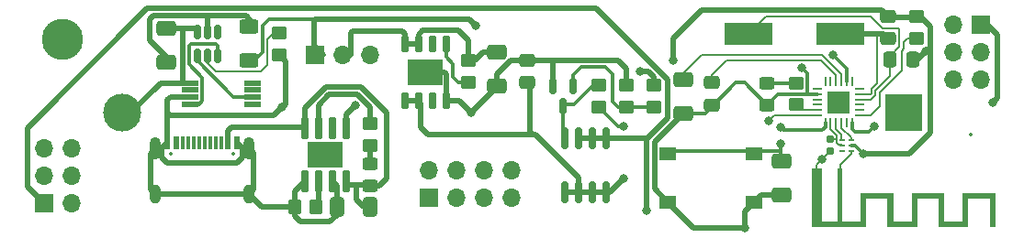
<source format=gbr>
G04 #@! TF.GenerationSoftware,KiCad,Pcbnew,7.0.2-6a45011f42~172~ubuntu22.04.1*
G04 #@! TF.CreationDate,2023-07-06T23:31:07+02:00*
G04 #@! TF.ProjectId,VR-Stick,56522d53-7469-4636-9b2e-6b696361645f,rev?*
G04 #@! TF.SameCoordinates,Original*
G04 #@! TF.FileFunction,Copper,L1,Top*
G04 #@! TF.FilePolarity,Positive*
%FSLAX46Y46*%
G04 Gerber Fmt 4.6, Leading zero omitted, Abs format (unit mm)*
G04 Created by KiCad (PCBNEW 7.0.2-6a45011f42~172~ubuntu22.04.1) date 2023-07-06 23:31:07*
%MOMM*%
%LPD*%
G01*
G04 APERTURE LIST*
G04 Aperture macros list*
%AMRoundRect*
0 Rectangle with rounded corners*
0 $1 Rounding radius*
0 $2 $3 $4 $5 $6 $7 $8 $9 X,Y pos of 4 corners*
0 Add a 4 corners polygon primitive as box body*
4,1,4,$2,$3,$4,$5,$6,$7,$8,$9,$2,$3,0*
0 Add four circle primitives for the rounded corners*
1,1,$1+$1,$2,$3*
1,1,$1+$1,$4,$5*
1,1,$1+$1,$6,$7*
1,1,$1+$1,$8,$9*
0 Add four rect primitives between the rounded corners*
20,1,$1+$1,$2,$3,$4,$5,0*
20,1,$1+$1,$4,$5,$6,$7,0*
20,1,$1+$1,$6,$7,$8,$9,0*
20,1,$1+$1,$8,$9,$2,$3,0*%
G04 Aperture macros list end*
G04 #@! TA.AperFunction,SMDPad,CuDef*
%ADD10RoundRect,0.150000X0.150000X-0.650000X0.150000X0.650000X-0.150000X0.650000X-0.150000X-0.650000X0*%
G04 #@! TD*
G04 #@! TA.AperFunction,SMDPad,CuDef*
%ADD11R,3.200000X2.400000*%
G04 #@! TD*
G04 #@! TA.AperFunction,SMDPad,CuDef*
%ADD12RoundRect,0.250000X-0.450000X0.325000X-0.450000X-0.325000X0.450000X-0.325000X0.450000X0.325000X0*%
G04 #@! TD*
G04 #@! TA.AperFunction,SMDPad,CuDef*
%ADD13RoundRect,0.250000X-0.337500X-0.475000X0.337500X-0.475000X0.337500X0.475000X-0.337500X0.475000X0*%
G04 #@! TD*
G04 #@! TA.AperFunction,SMDPad,CuDef*
%ADD14RoundRect,0.250000X-0.475000X0.337500X-0.475000X-0.337500X0.475000X-0.337500X0.475000X0.337500X0*%
G04 #@! TD*
G04 #@! TA.AperFunction,SMDPad,CuDef*
%ADD15RoundRect,0.250000X0.475000X-0.337500X0.475000X0.337500X-0.475000X0.337500X-0.475000X-0.337500X0*%
G04 #@! TD*
G04 #@! TA.AperFunction,SMDPad,CuDef*
%ADD16RoundRect,0.250000X-0.450000X0.350000X-0.450000X-0.350000X0.450000X-0.350000X0.450000X0.350000X0*%
G04 #@! TD*
G04 #@! TA.AperFunction,SMDPad,CuDef*
%ADD17RoundRect,0.062500X-0.162500X-0.062500X0.162500X-0.062500X0.162500X0.062500X-0.162500X0.062500X0*%
G04 #@! TD*
G04 #@! TA.AperFunction,SMDPad,CuDef*
%ADD18RoundRect,0.062500X0.162500X0.062500X-0.162500X0.062500X-0.162500X-0.062500X0.162500X-0.062500X0*%
G04 #@! TD*
G04 #@! TA.AperFunction,SMDPad,CuDef*
%ADD19RoundRect,0.250000X0.450000X-0.350000X0.450000X0.350000X-0.450000X0.350000X-0.450000X-0.350000X0*%
G04 #@! TD*
G04 #@! TA.AperFunction,SMDPad,CuDef*
%ADD20RoundRect,0.020000X-0.760000X-0.180000X0.760000X-0.180000X0.760000X0.180000X-0.760000X0.180000X0*%
G04 #@! TD*
G04 #@! TA.AperFunction,SMDPad,CuDef*
%ADD21RoundRect,0.250000X0.650000X-0.412500X0.650000X0.412500X-0.650000X0.412500X-0.650000X-0.412500X0*%
G04 #@! TD*
G04 #@! TA.AperFunction,SMDPad,CuDef*
%ADD22RoundRect,0.250000X-0.650000X0.412500X-0.650000X-0.412500X0.650000X-0.412500X0.650000X0.412500X0*%
G04 #@! TD*
G04 #@! TA.AperFunction,SMDPad,CuDef*
%ADD23RoundRect,0.042000X0.258000X-0.943000X0.258000X0.943000X-0.258000X0.943000X-0.258000X-0.943000X0*%
G04 #@! TD*
G04 #@! TA.AperFunction,SMDPad,CuDef*
%ADD24R,3.302000X2.413000*%
G04 #@! TD*
G04 #@! TA.AperFunction,SMDPad,CuDef*
%ADD25RoundRect,0.250000X0.350000X0.450000X-0.350000X0.450000X-0.350000X-0.450000X0.350000X-0.450000X0*%
G04 #@! TD*
G04 #@! TA.AperFunction,SMDPad,CuDef*
%ADD26R,4.500000X2.000000*%
G04 #@! TD*
G04 #@! TA.AperFunction,ComponentPad*
%ADD27R,1.700000X1.700000*%
G04 #@! TD*
G04 #@! TA.AperFunction,ComponentPad*
%ADD28O,1.700000X1.700000*%
G04 #@! TD*
G04 #@! TA.AperFunction,SMDPad,CuDef*
%ADD29RoundRect,0.250000X0.625000X-0.400000X0.625000X0.400000X-0.625000X0.400000X-0.625000X-0.400000X0*%
G04 #@! TD*
G04 #@! TA.AperFunction,SMDPad,CuDef*
%ADD30RoundRect,0.250000X0.412500X0.650000X-0.412500X0.650000X-0.412500X-0.650000X0.412500X-0.650000X0*%
G04 #@! TD*
G04 #@! TA.AperFunction,SMDPad,CuDef*
%ADD31RoundRect,0.155000X0.155000X-0.212500X0.155000X0.212500X-0.155000X0.212500X-0.155000X-0.212500X0*%
G04 #@! TD*
G04 #@! TA.AperFunction,SMDPad,CuDef*
%ADD32RoundRect,0.150000X-0.150000X0.825000X-0.150000X-0.825000X0.150000X-0.825000X0.150000X0.825000X0*%
G04 #@! TD*
G04 #@! TA.AperFunction,SMDPad,CuDef*
%ADD33RoundRect,0.062500X-0.062500X0.375000X-0.062500X-0.375000X0.062500X-0.375000X0.062500X0.375000X0*%
G04 #@! TD*
G04 #@! TA.AperFunction,SMDPad,CuDef*
%ADD34RoundRect,0.062500X-0.375000X0.062500X-0.375000X-0.062500X0.375000X-0.062500X0.375000X0.062500X0*%
G04 #@! TD*
G04 #@! TA.AperFunction,SMDPad,CuDef*
%ADD35R,2.150000X2.150000*%
G04 #@! TD*
G04 #@! TA.AperFunction,SMDPad,CuDef*
%ADD36RoundRect,0.150000X-0.150000X0.587500X-0.150000X-0.587500X0.150000X-0.587500X0.150000X0.587500X0*%
G04 #@! TD*
G04 #@! TA.AperFunction,SMDPad,CuDef*
%ADD37RoundRect,0.150000X0.150000X-0.512500X0.150000X0.512500X-0.150000X0.512500X-0.150000X-0.512500X0*%
G04 #@! TD*
G04 #@! TA.AperFunction,SMDPad,CuDef*
%ADD38R,1.550000X1.300000*%
G04 #@! TD*
G04 #@! TA.AperFunction,SMDPad,CuDef*
%ADD39RoundRect,0.250000X0.450000X-0.325000X0.450000X0.325000X-0.450000X0.325000X-0.450000X-0.325000X0*%
G04 #@! TD*
G04 #@! TA.AperFunction,SMDPad,CuDef*
%ADD40R,0.600000X1.150000*%
G04 #@! TD*
G04 #@! TA.AperFunction,SMDPad,CuDef*
%ADD41R,0.300000X1.150000*%
G04 #@! TD*
G04 #@! TA.AperFunction,ComponentPad*
%ADD42O,1.000000X2.100000*%
G04 #@! TD*
G04 #@! TA.AperFunction,ComponentPad*
%ADD43O,1.000000X1.800000*%
G04 #@! TD*
G04 #@! TA.AperFunction,ComponentPad*
%ADD44C,2.600000*%
G04 #@! TD*
G04 #@! TA.AperFunction,ConnectorPad*
%ADD45C,3.800000*%
G04 #@! TD*
G04 #@! TA.AperFunction,ComponentPad*
%ADD46R,3.500000X3.500000*%
G04 #@! TD*
G04 #@! TA.AperFunction,ComponentPad*
%ADD47C,3.500000*%
G04 #@! TD*
G04 #@! TA.AperFunction,ViaPad*
%ADD48C,0.800000*%
G04 #@! TD*
G04 #@! TA.AperFunction,Conductor*
%ADD49C,0.500000*%
G04 #@! TD*
G04 #@! TA.AperFunction,Conductor*
%ADD50C,0.200000*%
G04 #@! TD*
G04 #@! TA.AperFunction,Conductor*
%ADD51C,0.320000*%
G04 #@! TD*
%ADD52C,0.350000*%
%ADD53O,0.600000X1.700000*%
%ADD54O,0.600000X1.400000*%
G04 APERTURE END LIST*
G04 #@! TA.AperFunction,NonConductor*
G36*
X91810000Y-38527000D02*
G01*
X96790000Y-38527000D01*
X96790000Y-39027000D01*
X91810000Y-39027000D01*
X91810000Y-38527000D01*
G37*
G04 #@! TD.AperFunction*
G04 #@! TA.AperFunction,NonConductor*
G36*
X94112000Y-33617000D02*
G01*
X94612000Y-33617000D01*
X94612000Y-39027000D01*
X94112000Y-39027000D01*
X94112000Y-33617000D01*
G37*
G04 #@! TD.AperFunction*
G04 #@! TA.AperFunction,NonConductor*
G36*
X103470000Y-35857000D02*
G01*
X104000000Y-35857000D01*
X104000000Y-39027000D01*
X103470000Y-39027000D01*
X103470000Y-35857000D01*
G37*
G04 #@! TD.AperFunction*
G04 #@! TA.AperFunction,NonConductor*
G36*
X105680000Y-35857000D02*
G01*
X108710000Y-35857000D01*
X108710000Y-36377000D01*
X105680000Y-36377000D01*
X105680000Y-35857000D01*
G37*
G04 #@! TD.AperFunction*
G04 #@! TA.AperFunction,NonConductor*
G36*
X105680000Y-35857000D02*
G01*
X106210000Y-35857000D01*
X106210000Y-39027000D01*
X105680000Y-39027000D01*
X105680000Y-35857000D01*
G37*
G04 #@! TD.AperFunction*
G04 #@! TA.AperFunction,NonConductor*
G36*
X100970000Y-35857000D02*
G01*
X101500000Y-35857000D01*
X101500000Y-39027000D01*
X100970000Y-39027000D01*
X100970000Y-35857000D01*
G37*
G04 #@! TD.AperFunction*
G04 #@! TA.AperFunction,NonConductor*
G36*
X98760000Y-35857000D02*
G01*
X99290000Y-35857000D01*
X99290000Y-39027000D01*
X98760000Y-39027000D01*
X98760000Y-35857000D01*
G37*
G04 #@! TD.AperFunction*
G04 #@! TA.AperFunction,NonConductor*
G36*
X96260000Y-35857000D02*
G01*
X99290000Y-35857000D01*
X99290000Y-36377000D01*
X96260000Y-36377000D01*
X96260000Y-35857000D01*
G37*
G04 #@! TD.AperFunction*
G04 #@! TA.AperFunction,NonConductor*
G36*
X98760000Y-38497000D02*
G01*
X101500000Y-38497000D01*
X101500000Y-39027000D01*
X98760000Y-39027000D01*
X98760000Y-38497000D01*
G37*
G04 #@! TD.AperFunction*
G04 #@! TA.AperFunction,NonConductor*
G36*
X96260000Y-35857000D02*
G01*
X96790000Y-35857000D01*
X96790000Y-39027000D01*
X96260000Y-39027000D01*
X96260000Y-35857000D01*
G37*
G04 #@! TD.AperFunction*
G04 #@! TA.AperFunction,NonConductor*
G36*
X100970000Y-35857000D02*
G01*
X104000000Y-35857000D01*
X104000000Y-36377000D01*
X100970000Y-36377000D01*
X100970000Y-35857000D01*
G37*
G04 #@! TD.AperFunction*
G04 #@! TA.AperFunction,NonConductor*
G36*
X91810000Y-33617000D02*
G01*
X92710000Y-33617000D01*
X92710000Y-39027000D01*
X91810000Y-39027000D01*
X91810000Y-33617000D01*
G37*
G04 #@! TD.AperFunction*
G04 #@! TA.AperFunction,NonConductor*
G36*
X103470000Y-38497000D02*
G01*
X106210000Y-38497000D01*
X106210000Y-39027000D01*
X103470000Y-39027000D01*
X103470000Y-38497000D01*
G37*
G04 #@! TD.AperFunction*
G04 #@! TA.AperFunction,NonConductor*
G36*
X108180000Y-35857000D02*
G01*
X108710000Y-35857000D01*
X108710000Y-39027000D01*
X108180000Y-39027000D01*
X108180000Y-35857000D01*
G37*
G04 #@! TD.AperFunction*
D10*
G04 #@! TO.P,U2,1,VOUT*
G04 #@! TO.N,+3V3*
X54229000Y-27378000D03*
G04 #@! TO.P,U2,2,VOUT*
X55499000Y-27378000D03*
G04 #@! TO.P,U2,3,NC*
G04 #@! TO.N,unconnected-(U2-NC-Pad3)*
X56769000Y-27378000D03*
G04 #@! TO.P,U2,4,GND*
G04 #@! TO.N,GND*
X58039000Y-27378000D03*
G04 #@! TO.P,U2,5,CE*
G04 #@! TO.N,Net-(U2-CE)*
X58039000Y-22078000D03*
G04 #@! TO.P,U2,6,NC*
G04 #@! TO.N,unconnected-(U2-NC-Pad6)*
X56769000Y-22078000D03*
G04 #@! TO.P,U2,7,VIN*
G04 #@! TO.N,Net-(C9-Pad2)*
X55499000Y-22078000D03*
G04 #@! TO.P,U2,8,VIN*
X54229000Y-22078000D03*
D11*
G04 #@! TO.P,U2,9,Thermal*
G04 #@! TO.N,GND*
X56134000Y-24728000D03*
G04 #@! TD*
D12*
G04 #@! TO.P,D2,1,K*
G04 #@! TO.N,Net-(D2-K)*
X51079400Y-33151800D03*
G04 #@! TO.P,D2,2,A*
G04 #@! TO.N,/VUSB*
X51079400Y-35201800D03*
G04 #@! TD*
D13*
G04 #@! TO.P,C4,1*
G04 #@! TO.N,Net-(U4-XC2)*
X99013100Y-23559600D03*
G04 #@! TO.P,C4,2*
G04 #@! TO.N,GND*
X101088100Y-23559600D03*
G04 #@! TD*
D14*
G04 #@! TO.P,C5,1*
G04 #@! TO.N,GND*
X98780600Y-19524900D03*
G04 #@! TO.P,C5,2*
G04 #@! TO.N,Net-(U4-XC1)*
X98780600Y-21599900D03*
G04 #@! TD*
D15*
G04 #@! TO.P,C3,1*
G04 #@! TO.N,GND*
X82575400Y-27755500D03*
G04 #@! TO.P,C3,2*
G04 #@! TO.N,Net-(U4-DEC2)*
X82575400Y-25680500D03*
G04 #@! TD*
D16*
G04 #@! TO.P,R2,1*
G04 #@! TO.N,GND*
X101422200Y-19562400D03*
G04 #@! TO.P,R2,2*
G04 #@! TO.N,Net-(U4-IREF)*
X101422200Y-21562400D03*
G04 #@! TD*
D17*
G04 #@! TO.P,L1,1,Unbal*
G04 #@! TO.N,Net-(AE1-A)*
X95406000Y-31996000D03*
D18*
G04 #@! TO.P,L1,2,GND*
G04 #@! TO.N,GND*
X95406000Y-31496000D03*
G04 #@! TO.P,L1,3,BAL1*
G04 #@! TO.N,/ANT2*
X95406000Y-30996000D03*
G04 #@! TO.P,L1,4,BAL2*
G04 #@! TO.N,/ANT1*
X94586000Y-30996000D03*
G04 #@! TO.P,L1,5,DC*
G04 #@! TO.N,/V_PA*
X94586000Y-31496000D03*
G04 #@! TO.P,L1,6,NC*
G04 #@! TO.N,unconnected-(L1-NC-Pad6)*
X94586000Y-31996000D03*
G04 #@! TD*
D19*
G04 #@! TO.P,R3,1*
G04 #@! TO.N,+3V3*
X72136000Y-27912400D03*
G04 #@! TO.P,R3,2*
G04 #@! TO.N,Net-(Q1-C)*
X72136000Y-25912400D03*
G04 #@! TD*
D16*
G04 #@! TO.P,R4,1*
G04 #@! TO.N,/CTRL*
X77216000Y-25924000D03*
G04 #@! TO.P,R4,2*
G04 #@! TO.N,Net-(Q1-B)*
X77216000Y-27924000D03*
G04 #@! TD*
D20*
G04 #@! TO.P,Q5,1*
G04 #@! TO.N,-BATT*
X34458000Y-25695000D03*
G04 #@! TO.P,Q5,2*
G04 #@! TO.N,unconnected-(Q5-Pad2)*
X34458000Y-26345000D03*
G04 #@! TO.P,Q5,3*
G04 #@! TO.N,GND*
X34458000Y-26995000D03*
G04 #@! TO.P,Q5,4*
G04 #@! TO.N,Net-(IC1-OC)*
X34458000Y-27645000D03*
G04 #@! TO.P,Q5,5*
G04 #@! TO.N,unconnected-(Q5-Pad2)*
X40218000Y-27645000D03*
G04 #@! TO.P,Q5,6*
G04 #@! TO.N,Net-(IC1-OD)*
X40218000Y-26995000D03*
G04 #@! TO.P,Q5,7*
G04 #@! TO.N,N/C*
X40218000Y-26345000D03*
G04 #@! TO.P,Q5,8*
X40218000Y-25695000D03*
G04 #@! TD*
D16*
G04 #@! TO.P,R5,1*
G04 #@! TO.N,GND*
X74676000Y-25912400D03*
G04 #@! TO.P,R5,2*
G04 #@! TO.N,Net-(Q1-B)*
X74676000Y-27912400D03*
G04 #@! TD*
D21*
G04 #@! TO.P,C9,1*
G04 #@! TO.N,GND*
X62738000Y-25946500D03*
G04 #@! TO.P,C9,2*
G04 #@! TO.N,Net-(C9-Pad2)*
X62738000Y-22821500D03*
G04 #@! TD*
D19*
G04 #@! TO.P,R1,1*
G04 #@! TO.N,/LED*
X90297000Y-27718000D03*
G04 #@! TO.P,R1,2*
G04 #@! TO.N,Net-(D1-A)*
X90297000Y-25718000D03*
G04 #@! TD*
D16*
G04 #@! TO.P,R8,1*
G04 #@! TO.N,Net-(C9-Pad2)*
X60071000Y-23638000D03*
G04 #@! TO.P,R8,2*
G04 #@! TO.N,Net-(U2-CE)*
X60071000Y-25638000D03*
G04 #@! TD*
D14*
G04 #@! TO.P,C1,1*
G04 #@! TO.N,GND*
X65532000Y-23600500D03*
G04 #@! TO.P,C1,2*
G04 #@! TO.N,+3V3*
X65532000Y-25675500D03*
G04 #@! TD*
D22*
G04 #@! TO.P,C8,1*
G04 #@! TO.N,-BATT*
X32258000Y-20676300D03*
G04 #@! TO.P,C8,2*
G04 #@! TO.N,Net-(IC1-VDD)*
X32258000Y-23801300D03*
G04 #@! TD*
D23*
G04 #@! TO.P,U3,1,TEMP*
G04 #@! TO.N,GND*
X45008800Y-34823000D03*
G04 #@! TO.P,U3,2,PROG*
G04 #@! TO.N,Net-(U3-PROG)*
X46278800Y-34823000D03*
G04 #@! TO.P,U3,3,GND*
G04 #@! TO.N,GND*
X47548800Y-34823000D03*
G04 #@! TO.P,U3,4,VCC*
G04 #@! TO.N,/VUSB*
X48818800Y-34823000D03*
G04 #@! TO.P,U3,5,BAT*
G04 #@! TO.N,/B+*
X48818800Y-29873000D03*
G04 #@! TO.P,U3,6,~{STDBY}*
G04 #@! TO.N,unconnected-(U3-~{STDBY}-Pad6)*
X47548800Y-29873000D03*
G04 #@! TO.P,U3,7,~{CHRG}*
G04 #@! TO.N,Net-(U3-~{CHRG})*
X46278800Y-29873000D03*
G04 #@! TO.P,U3,8,CE*
G04 #@! TO.N,/VUSB*
X45008800Y-29873000D03*
D24*
G04 #@! TO.P,U3,9,EP*
G04 #@! TO.N,unconnected-(U3-EP-Pad9)*
X46913800Y-32348000D03*
G04 #@! TD*
D25*
G04 #@! TO.P,R10,1*
G04 #@! TO.N,Net-(U3-PROG)*
X46085000Y-37174000D03*
G04 #@! TO.P,R10,2*
G04 #@! TO.N,GND*
X44085000Y-37174000D03*
G04 #@! TD*
D26*
G04 #@! TO.P,X1,1,1*
G04 #@! TO.N,Net-(U4-XC2)*
X85920000Y-21172000D03*
G04 #@! TO.P,X1,2,2*
G04 #@! TO.N,Net-(U4-XC1)*
X94420000Y-21172000D03*
G04 #@! TD*
D21*
G04 #@! TO.P,C2,1*
G04 #@! TO.N,GND*
X79933800Y-28525700D03*
G04 #@! TO.P,C2,2*
G04 #@! TO.N,Net-(U4-DEC1)*
X79933800Y-25400700D03*
G04 #@! TD*
D27*
G04 #@! TO.P,SW2,1*
G04 #@! TO.N,/B+*
X45974000Y-23114000D03*
D28*
G04 #@! TO.P,SW2,2*
G04 #@! TO.N,Net-(C9-Pad2)*
X48514000Y-23114000D03*
G04 #@! TO.P,SW2,3*
G04 #@! TO.N,N/C*
X51054000Y-23114000D03*
G04 #@! TD*
D19*
G04 #@! TO.P,R11,1*
G04 #@! TO.N,Net-(D2-K)*
X51079400Y-31468400D03*
G04 #@! TO.P,R11,2*
G04 #@! TO.N,Net-(U3-~{CHRG})*
X51079400Y-29468400D03*
G04 #@! TD*
D29*
G04 #@! TO.P,R6,1*
G04 #@! TO.N,/B+*
X39878000Y-23585600D03*
G04 #@! TO.P,R6,2*
G04 #@! TO.N,Net-(IC1-VDD)*
X39878000Y-20485600D03*
G04 #@! TD*
D30*
G04 #@! TO.P,C11,1*
G04 #@! TO.N,/VUSB*
X51092500Y-37174000D03*
G04 #@! TO.P,C11,2*
G04 #@! TO.N,GND*
X47967500Y-37174000D03*
G04 #@! TD*
D31*
G04 #@! TO.P,C7,1*
G04 #@! TO.N,GND*
X93472000Y-32004000D03*
G04 #@! TO.P,C7,2*
G04 #@! TO.N,/V_PA*
X93472000Y-30869000D03*
G04 #@! TD*
D32*
G04 #@! TO.P,Q2,1,S*
G04 #@! TO.N,VBUS*
X72796400Y-30838200D03*
G04 #@! TO.P,Q2,2,S*
X71526400Y-30838200D03*
G04 #@! TO.P,Q2,3,S*
X70256400Y-30838200D03*
G04 #@! TO.P,Q2,4,G*
G04 #@! TO.N,Net-(Q1-C)*
X68986400Y-30838200D03*
G04 #@! TO.P,Q2,5,D*
G04 #@! TO.N,+3V3*
X68986400Y-35788200D03*
G04 #@! TO.P,Q2,6,D*
X70256400Y-35788200D03*
G04 #@! TO.P,Q2,7,D*
X71526400Y-35788200D03*
G04 #@! TO.P,Q2,8,D*
X72796400Y-35788200D03*
G04 #@! TD*
D33*
G04 #@! TO.P,U4,1,P0.1*
G04 #@! TO.N,unconnected-(U4-P0.1-Pad1)*
X95509400Y-25533700D03*
G04 #@! TO.P,U4,2,VDD*
G04 #@! TO.N,+3V3*
X95009400Y-25533700D03*
G04 #@! TO.P,U4,3,DEC1*
G04 #@! TO.N,Net-(U4-DEC1)*
X94509400Y-25533700D03*
G04 #@! TO.P,U4,4,DEC2*
G04 #@! TO.N,Net-(U4-DEC2)*
X94009400Y-25533700D03*
G04 #@! TO.P,U4,5,PROG*
G04 #@! TO.N,unconnected-(U4-PROG-Pad5)*
X93509400Y-25533700D03*
G04 #@! TO.P,U4,6,VSS*
G04 #@! TO.N,unconnected-(U4-VSS-Pad6)*
X93009400Y-25533700D03*
D34*
G04 #@! TO.P,U4,7,VDD*
G04 #@! TO.N,unconnected-(U4-VDD-Pad7)*
X92321900Y-26221200D03*
G04 #@! TO.P,U4,8,P0.2*
G04 #@! TO.N,GND*
X92321900Y-26721200D03*
G04 #@! TO.P,U4,9,P0.3*
G04 #@! TO.N,+3V3*
X92321900Y-27221200D03*
G04 #@! TO.P,U4,10,P0.4*
G04 #@! TO.N,unconnected-(U4-P0.4-Pad10)*
X92321900Y-27721200D03*
G04 #@! TO.P,U4,11,P0.5*
G04 #@! TO.N,/LED*
X92321900Y-28221200D03*
G04 #@! TO.P,U4,12,P06*
G04 #@! TO.N,/CTRL*
X92321900Y-28721200D03*
D33*
G04 #@! TO.P,U4,13,~{RESET}*
G04 #@! TO.N,/RST*
X93009400Y-29408700D03*
G04 #@! TO.P,U4,14,VDD_PA*
G04 #@! TO.N,/V_PA*
X93509400Y-29408700D03*
G04 #@! TO.P,U4,15,ANT1*
G04 #@! TO.N,/ANT1*
X94009400Y-29408700D03*
G04 #@! TO.P,U4,16,ANT2*
G04 #@! TO.N,/ANT2*
X94509400Y-29408700D03*
G04 #@! TO.P,U4,17,VSS*
G04 #@! TO.N,unconnected-(U4-VSS-Pad17)*
X95009400Y-29408700D03*
G04 #@! TO.P,U4,18,VDD*
G04 #@! TO.N,+3V3*
X95509400Y-29408700D03*
D34*
G04 #@! TO.P,U4,19,IREF*
G04 #@! TO.N,Net-(U4-IREF)*
X96196900Y-28721200D03*
G04 #@! TO.P,U4,20,VSS*
G04 #@! TO.N,unconnected-(U4-VSS-Pad20)*
X96196900Y-28221200D03*
G04 #@! TO.P,U4,21,VDD*
G04 #@! TO.N,+3V3*
X96196900Y-27721200D03*
G04 #@! TO.P,U4,22,XC2*
G04 #@! TO.N,Net-(U4-XC2)*
X96196900Y-27221200D03*
G04 #@! TO.P,U4,23,XC1*
G04 #@! TO.N,Net-(U4-XC1)*
X96196900Y-26721200D03*
G04 #@! TO.P,U4,24,P0.0*
G04 #@! TO.N,unconnected-(U4-P0.0-Pad24)*
X96196900Y-26221200D03*
D35*
G04 #@! TO.P,U4,25*
G04 #@! TO.N,N/C*
X94259400Y-27471200D03*
G04 #@! TD*
D22*
G04 #@! TO.P,C6,1*
G04 #@! TO.N,/RST*
X88976200Y-32969900D03*
G04 #@! TO.P,C6,2*
G04 #@! TO.N,GND*
X88976200Y-36094900D03*
G04 #@! TD*
D36*
G04 #@! TO.P,Q1,1,B*
G04 #@! TO.N,Net-(Q1-B)*
X69784000Y-25998000D03*
G04 #@! TO.P,Q1,2,E*
G04 #@! TO.N,GND*
X67884000Y-25998000D03*
G04 #@! TO.P,Q1,3,C*
G04 #@! TO.N,Net-(Q1-C)*
X68834000Y-27873000D03*
G04 #@! TD*
D37*
G04 #@! TO.P,IC1,1,OD*
G04 #@! TO.N,Net-(IC1-OD)*
X35118000Y-23223900D03*
G04 #@! TO.P,IC1,2,CS*
G04 #@! TO.N,Net-(IC1-CS)*
X36068000Y-23223900D03*
G04 #@! TO.P,IC1,3,OC*
G04 #@! TO.N,Net-(IC1-OC)*
X37018000Y-23223900D03*
G04 #@! TO.P,IC1,4,NC*
G04 #@! TO.N,unconnected-(IC1-NC-Pad4)*
X37018000Y-20948900D03*
G04 #@! TO.P,IC1,5,VDD*
G04 #@! TO.N,Net-(IC1-VDD)*
X36068000Y-20948900D03*
G04 #@! TO.P,IC1,6,VSS*
G04 #@! TO.N,-BATT*
X35118000Y-20948900D03*
G04 #@! TD*
D27*
G04 #@! TO.P,J2,1,Pin_1*
G04 #@! TO.N,/RX*
X56464200Y-36310400D03*
D28*
G04 #@! TO.P,J2,2,Pin_2*
G04 #@! TO.N,unconnected-(J2-Pin_2-Pad2)*
X56464200Y-33770400D03*
G04 #@! TO.P,J2,3,Pin_3*
G04 #@! TO.N,unconnected-(J2-Pin_3-Pad3)*
X59004200Y-36310400D03*
G04 #@! TO.P,J2,4,Pin_4*
G04 #@! TO.N,unconnected-(J2-Pin_4-Pad4)*
X59004200Y-33770400D03*
G04 #@! TO.P,J2,5,Pin_5*
G04 #@! TO.N,GND*
X61544200Y-36310400D03*
G04 #@! TO.P,J2,6,Pin_6*
G04 #@! TO.N,unconnected-(J2-Pin_6-Pad6)*
X61544200Y-33770400D03*
G04 #@! TO.P,J2,7,Pin_7*
G04 #@! TO.N,unconnected-(J2-Pin_7-Pad7)*
X64084200Y-36310400D03*
G04 #@! TO.P,J2,8,Pin_8*
G04 #@! TO.N,/TX*
X64084200Y-33770400D03*
G04 #@! TD*
D38*
G04 #@! TO.P,SW1,1*
G04 #@! TO.N,/RST*
X78498800Y-32231600D03*
X86448800Y-32231600D03*
G04 #@! TO.P,SW1,2*
G04 #@! TO.N,GND*
X78498800Y-36731600D03*
X86448800Y-36731600D03*
G04 #@! TD*
D16*
G04 #@! TO.P,R7,1*
G04 #@! TO.N,Net-(IC1-CS)*
X42672000Y-21086400D03*
G04 #@! TO.P,R7,2*
G04 #@! TO.N,GND*
X42672000Y-23086400D03*
G04 #@! TD*
D39*
G04 #@! TO.P,D1,1,K*
G04 #@! TO.N,GND*
X87655400Y-27743000D03*
G04 #@! TO.P,D1,2,A*
G04 #@! TO.N,Net-(D1-A)*
X87655400Y-25693000D03*
G04 #@! TD*
D40*
G04 #@! TO.P,J6,A4*
G04 #@! TO.N,N/C*
X33160000Y-31208000D03*
D41*
G04 #@! TO.P,J6,A5,CC1*
G04 #@! TO.N,unconnected-(J6-CC1-PadA5)*
X34310000Y-31208000D03*
G04 #@! TO.P,J6,A6*
G04 #@! TO.N,N/C*
X35310000Y-31208000D03*
G04 #@! TO.P,J6,A7*
X35810000Y-31208000D03*
G04 #@! TO.P,J6,A8*
X36810000Y-31208000D03*
D40*
G04 #@! TO.P,J6,A9,VBUS*
G04 #@! TO.N,/VUSB*
X37960000Y-31208000D03*
G04 #@! TO.P,J6,A12,GND*
G04 #@! TO.N,GND*
X38760000Y-31208000D03*
D41*
G04 #@! TO.P,J6,B5,CC2*
G04 #@! TO.N,unconnected-(J6-CC2-PadB5)*
X37310000Y-31208000D03*
G04 #@! TO.P,J6,B6*
G04 #@! TO.N,N/C*
X36310000Y-31208000D03*
G04 #@! TO.P,J6,B7*
X34810000Y-31208000D03*
G04 #@! TO.P,J6,B8*
X33810000Y-31208000D03*
D40*
G04 #@! TO.P,J6,B9,VBUS*
G04 #@! TO.N,/VUSB*
X33160000Y-31208000D03*
G04 #@! TO.P,J6,B12,GND*
G04 #@! TO.N,GND*
X32360000Y-31208000D03*
D42*
G04 #@! TO.P,J6,S1,SHIELD*
X31240000Y-31783000D03*
D43*
X31240000Y-35963000D03*
D42*
X39880000Y-31783000D03*
D43*
X39880000Y-35963000D03*
G04 #@! TD*
D44*
G04 #@! TO.P,REF\u002A\u002A,1*
G04 #@! TO.N,N/C*
X22707600Y-21629200D03*
D45*
X22707600Y-21629200D03*
G04 #@! TD*
D46*
G04 #@! TO.P,J4,1,Pin_1*
G04 #@! TO.N,/B+*
X100203000Y-28411000D03*
D47*
G04 #@! TO.P,J4,2,Pin_2*
G04 #@! TO.N,-BATT*
X28203000Y-28411000D03*
G04 #@! TD*
D27*
G04 #@! TO.P,J1,1,Pin_1*
G04 #@! TO.N,VBUS*
X107315000Y-20283000D03*
D28*
G04 #@! TO.P,J1,2,Pin_2*
G04 #@! TO.N,/SD0*
X104775000Y-20283000D03*
G04 #@! TO.P,J1,3,Pin_3*
G04 #@! TO.N,unconnected-(J1-Pin_3-Pad3)*
X107315000Y-22823000D03*
G04 #@! TO.P,J1,4,Pin_4*
G04 #@! TO.N,unconnected-(J1-Pin_4-Pad4)*
X104775000Y-22823000D03*
G04 #@! TO.P,J1,5,Pin_5*
G04 #@! TO.N,/SC0*
X107315000Y-25363000D03*
G04 #@! TO.P,J1,6,Pin_6*
G04 #@! TO.N,GND*
X104775000Y-25363000D03*
G04 #@! TD*
D27*
G04 #@! TO.P,J3,1,Pin_1*
G04 #@! TO.N,VBUS*
X20955000Y-36793000D03*
D28*
G04 #@! TO.P,J3,2,Pin_2*
G04 #@! TO.N,/SD0*
X23495000Y-36793000D03*
G04 #@! TO.P,J3,3,Pin_3*
G04 #@! TO.N,unconnected-(J3-Pin_3-Pad3)*
X20955000Y-34253000D03*
G04 #@! TO.P,J3,4,Pin_4*
G04 #@! TO.N,unconnected-(J3-Pin_4-Pad4)*
X23495000Y-34253000D03*
G04 #@! TO.P,J3,5,Pin_5*
G04 #@! TO.N,/SC0*
X20955000Y-31713000D03*
G04 #@! TO.P,J3,6,Pin_6*
G04 #@! TO.N,GND*
X23495000Y-31713000D03*
G04 #@! TD*
D48*
G04 #@! TO.N,GND*
X92710000Y-32766000D03*
X85598000Y-39116000D03*
X42945657Y-27959657D03*
X96520000Y-32258000D03*
X102285800Y-22797600D03*
X78994000Y-23622000D03*
X90869500Y-24321500D03*
X60344250Y-28448000D03*
G04 #@! TO.N,+3V3*
X74422000Y-29718000D03*
X74422000Y-34544000D03*
X93731122Y-23108878D03*
X97536000Y-29718000D03*
G04 #@! TO.N,/RST*
X88900000Y-29796800D03*
X88925400Y-31327500D03*
G04 #@! TO.N,VBUS*
X108432600Y-27471200D03*
X76573800Y-37464700D03*
G04 #@! TO.N,/B+*
X49691312Y-27778688D03*
X60814500Y-20428500D03*
G04 #@! TO.N,/CTRL*
X75930000Y-24638000D03*
X87799429Y-29198400D03*
G04 #@! TD*
D49*
G04 #@! TO.N,GND*
X78994000Y-21590000D02*
X81587600Y-18996400D01*
D50*
X93472000Y-32004000D02*
X93077975Y-32398025D01*
D49*
X81587600Y-18996400D02*
X98252100Y-18996400D01*
X44085000Y-37174000D02*
X41091000Y-37174000D01*
X59274250Y-27378000D02*
X58039000Y-27378000D01*
X47980600Y-35254800D02*
X47548800Y-34823000D01*
X101523800Y-23559600D02*
X102285800Y-22797600D01*
X42203314Y-28702000D02*
X42945657Y-27959657D01*
X47980600Y-37160900D02*
X47980600Y-35254800D01*
X31845000Y-32624726D02*
X31845000Y-31723000D01*
X77273800Y-35506600D02*
X77273800Y-31185700D01*
D51*
X87655400Y-27743000D02*
X85592900Y-25680500D01*
D49*
X42672000Y-23086400D02*
X43256200Y-23670600D01*
X101387400Y-19597200D02*
X101422200Y-19562400D01*
D51*
X91357000Y-24809000D02*
X91357000Y-26721200D01*
D49*
X43241948Y-27663366D02*
X42945657Y-27959657D01*
D51*
X90956470Y-26721200D02*
X88677200Y-26721200D01*
D49*
X34458000Y-26995000D02*
X32658000Y-26995000D01*
D50*
X92653012Y-32822987D02*
X92258987Y-33217012D01*
D49*
X58039000Y-25540800D02*
X58039000Y-27378000D01*
D50*
X92202000Y-33274000D02*
X92202000Y-38608000D01*
D49*
X44620000Y-38524000D02*
X47328000Y-38524000D01*
X39275000Y-31723000D02*
X39275000Y-32624726D01*
X77273800Y-31185700D02*
X79933800Y-28525700D01*
X102692200Y-22391200D02*
X102692200Y-20460800D01*
X32328274Y-33108000D02*
X31845000Y-32624726D01*
X30810200Y-32212800D02*
X31240000Y-31783000D01*
X32360000Y-28406120D02*
X32655880Y-28702000D01*
X67818000Y-23622000D02*
X65553500Y-23622000D01*
X47967500Y-37174000D02*
X47980600Y-37160900D01*
X67884000Y-25998000D02*
X67884000Y-23688000D01*
D51*
X95758000Y-31496000D02*
X95406000Y-31496000D01*
D49*
X39275000Y-32624726D02*
X38791726Y-33108000D01*
X101088100Y-23559600D02*
X101523800Y-23559600D01*
X58039000Y-24872000D02*
X58039000Y-25540800D01*
X62738000Y-25946500D02*
X62738000Y-24892000D01*
X38791726Y-33108000D02*
X32328274Y-33108000D01*
X39880000Y-35963000D02*
X40259000Y-35584000D01*
X88976200Y-36094900D02*
X87085500Y-36094900D01*
X47328000Y-38524000D02*
X47967500Y-37884500D01*
X101793800Y-19562400D02*
X101422200Y-19562400D01*
X74676000Y-24384000D02*
X73914000Y-23622000D01*
X60344250Y-28448000D02*
X59274250Y-27378000D01*
X87085500Y-36094900D02*
X85598000Y-37582400D01*
X32360000Y-31208000D02*
X32360000Y-30133000D01*
X43241948Y-24031052D02*
X43241948Y-27663366D01*
X32360000Y-27293000D02*
X32360000Y-28406120D01*
X39880000Y-31783000D02*
X39820000Y-31723000D01*
X62738000Y-24892000D02*
X64029500Y-23600500D01*
D50*
X93317500Y-32158500D02*
X92610500Y-32865500D01*
D49*
X57895000Y-24728000D02*
X58039000Y-24872000D01*
D51*
X84772500Y-25680500D02*
X85217000Y-25680500D01*
D49*
X38760000Y-31208000D02*
X39275000Y-31723000D01*
X43256200Y-23670600D02*
X43256200Y-24016800D01*
D51*
X102313000Y-22824800D02*
X102285800Y-22797600D01*
D49*
X85598000Y-39116000D02*
X80883200Y-39116000D01*
D51*
X81915000Y-28538000D02*
X84772500Y-25680500D01*
D49*
X85598000Y-37582400D02*
X85598000Y-39116000D01*
X31845000Y-31723000D02*
X32360000Y-31208000D01*
X98852900Y-19597200D02*
X101387400Y-19597200D01*
X32658000Y-26995000D02*
X32360000Y-27293000D01*
X65553500Y-23622000D02*
X65532000Y-23600500D01*
X78994000Y-23622000D02*
X78994000Y-21590000D01*
X39820000Y-31723000D02*
X39275000Y-31723000D01*
D51*
X90869500Y-24321500D02*
X91357000Y-24809000D01*
X79946100Y-28538000D02*
X81915000Y-28538000D01*
D49*
X44085000Y-37989000D02*
X44620000Y-38524000D01*
X100756000Y-32258000D02*
X96520000Y-32258000D01*
X44085000Y-35746800D02*
X45008800Y-34823000D01*
X62738000Y-26054250D02*
X62738000Y-25946500D01*
X73914000Y-23622000D02*
X67077500Y-23622000D01*
X31240000Y-35963000D02*
X30810200Y-35533200D01*
X98252100Y-18996400D02*
X98780600Y-19524900D01*
X80883200Y-39116000D02*
X78498800Y-36731600D01*
X30810200Y-35533200D02*
X30810200Y-32212800D01*
D51*
X92321900Y-26721200D02*
X90956470Y-26721200D01*
D49*
X78498800Y-36731600D02*
X77273800Y-35506600D01*
X31240000Y-31783000D02*
X31785000Y-31783000D01*
X102692200Y-20460800D02*
X101793800Y-19562400D01*
D51*
X96520000Y-32258000D02*
X95758000Y-31496000D01*
D49*
X41091000Y-37174000D02*
X39880000Y-35963000D01*
X32655880Y-28702000D02*
X42203314Y-28702000D01*
X67884000Y-23688000D02*
X67818000Y-23622000D01*
X47967500Y-37884500D02*
X47967500Y-37174000D01*
X60344250Y-28448000D02*
X62738000Y-26054250D01*
X32360000Y-28406120D02*
X32360000Y-30133000D01*
X44085000Y-37174000D02*
X44085000Y-35746800D01*
X74676000Y-25912400D02*
X74676000Y-24384000D01*
D51*
X88677200Y-26721200D02*
X87655400Y-27743000D01*
D49*
X98780600Y-19524900D02*
X98852900Y-19597200D01*
X64029500Y-23600500D02*
X65532000Y-23600500D01*
X31785000Y-31783000D02*
X31845000Y-31723000D01*
X40259000Y-35584000D02*
X40259000Y-32162000D01*
D51*
X91357000Y-26721200D02*
X90956470Y-26721200D01*
D49*
X40259000Y-32162000D02*
X39880000Y-31783000D01*
D51*
X85592900Y-25680500D02*
X85217000Y-25680500D01*
D49*
X102692200Y-30321800D02*
X100756000Y-32258000D01*
X56134000Y-24728000D02*
X57895000Y-24728000D01*
X31240000Y-35963000D02*
X39880000Y-35963000D01*
X43256200Y-24016800D02*
X43241948Y-24031052D01*
X102692200Y-22391200D02*
X102692200Y-30321800D01*
X44085000Y-37174000D02*
X44085000Y-37989000D01*
X102285800Y-22797600D02*
X102692200Y-22391200D01*
G04 #@! TO.N,+3V3*
X70256400Y-34442400D02*
X70256400Y-35788200D01*
D51*
X93731122Y-23108878D02*
X95009400Y-24387156D01*
D49*
X68986400Y-35788200D02*
X70726600Y-35788200D01*
D51*
X95009400Y-24387156D02*
X95009400Y-25533700D01*
X97028000Y-30226000D02*
X95763400Y-30226000D01*
D49*
X66289000Y-30475000D02*
X70256400Y-34442400D01*
X55710000Y-29300000D02*
X55710000Y-29786500D01*
X70256400Y-35788200D02*
X68986400Y-35788200D01*
X70740800Y-35802400D02*
X72782200Y-35802400D01*
X55710000Y-27589000D02*
X55499000Y-27378000D01*
X70726600Y-35788200D02*
X70740800Y-35802400D01*
D51*
X97536000Y-29718000D02*
X97028000Y-30226000D01*
X95763400Y-30226000D02*
X95509400Y-29972000D01*
D49*
X55710000Y-29786500D02*
X56398500Y-30475000D01*
D51*
X95509400Y-29972000D02*
X95509400Y-29408700D01*
D49*
X65786000Y-30221000D02*
X65786000Y-25929500D01*
X54229000Y-27378000D02*
X55499000Y-27378000D01*
X56398500Y-30475000D02*
X66040000Y-30475000D01*
X74422000Y-34544000D02*
X73177800Y-35788200D01*
X73177800Y-35788200D02*
X72796400Y-35788200D01*
X66040000Y-30475000D02*
X65786000Y-30221000D01*
X55710000Y-29300000D02*
X55710000Y-27589000D01*
X65786000Y-25929500D02*
X65532000Y-25675500D01*
X66040000Y-30475000D02*
X66289000Y-30475000D01*
D51*
X74422000Y-29718000D02*
X73941600Y-29718000D01*
X73941600Y-29718000D02*
X72136000Y-27912400D01*
D49*
X72782200Y-35802400D02*
X72796400Y-35788200D01*
D50*
G04 #@! TO.N,Net-(U4-DEC1)*
X94509400Y-24876400D02*
X94509400Y-25533700D01*
X79933800Y-25400700D02*
X79933800Y-24778800D01*
X79933800Y-24778800D02*
X81598600Y-23114000D01*
X81598600Y-23114000D02*
X92747000Y-23114000D01*
X92747000Y-23114000D02*
X94509400Y-24876400D01*
G04 #@! TO.N,Net-(U4-DEC2)*
X94009400Y-24986000D02*
X92645400Y-23622000D01*
X92645400Y-23622000D02*
X83935400Y-23622000D01*
X83935400Y-23622000D02*
X82575400Y-24982000D01*
X94009400Y-25533700D02*
X94009400Y-24986000D01*
X82575400Y-24982000D02*
X82575400Y-25519300D01*
D51*
G04 #@! TO.N,/RST*
X93009400Y-29768032D02*
X92729432Y-30048000D01*
X93009400Y-29408700D02*
X93009400Y-29768032D01*
X88925400Y-32258000D02*
X88925400Y-32919100D01*
X86448800Y-32231600D02*
X86448800Y-32092800D01*
X78498800Y-32231600D02*
X78726400Y-32004000D01*
X78726400Y-32004000D02*
X86360000Y-32004000D01*
X89151200Y-30048000D02*
X88900000Y-29796800D01*
X86448800Y-32092800D02*
X86360000Y-32004000D01*
X92729432Y-30048000D02*
X89151200Y-30048000D01*
X88925400Y-31327500D02*
X88925400Y-32258000D01*
X86360000Y-32004000D02*
X88925400Y-32004000D01*
D50*
G04 #@! TO.N,/V_PA*
X94061000Y-30561000D02*
X93980000Y-30480000D01*
X93472000Y-30869000D02*
X93942000Y-30869000D01*
X94586000Y-31496000D02*
X94511000Y-31421000D01*
X94061000Y-30988000D02*
X94061000Y-30561000D01*
X94061000Y-31208652D02*
X94061000Y-30988000D01*
X93980000Y-30474024D02*
X93509400Y-30003424D01*
X94511000Y-31421000D02*
X94273348Y-31421000D01*
X93980000Y-30480000D02*
X93980000Y-30474024D01*
X94273348Y-31421000D02*
X94061000Y-31208652D01*
X93509400Y-29408700D02*
X93509400Y-30003424D01*
X93942000Y-30869000D02*
X94061000Y-30988000D01*
D49*
G04 #@! TO.N,-BATT*
X33782000Y-20676300D02*
X34845400Y-20676300D01*
X33376300Y-20676300D02*
X33782000Y-20676300D01*
X28203000Y-28411000D02*
X28993000Y-28411000D01*
X34845400Y-20676300D02*
X35118000Y-20948900D01*
X33782000Y-25378600D02*
X33782000Y-20676300D01*
X28993000Y-28411000D02*
X31709000Y-25695000D01*
X31709000Y-25695000D02*
X34458000Y-25695000D01*
X33376300Y-20676300D02*
X32258000Y-20676300D01*
G04 #@! TO.N,Net-(IC1-VDD)*
X36068000Y-19498000D02*
X37261800Y-19498000D01*
X40208200Y-20105200D02*
X40208200Y-20485600D01*
X30734000Y-19812000D02*
X31048000Y-19498000D01*
X31048000Y-19498000D02*
X36068000Y-19498000D01*
X30734000Y-21756200D02*
X30734000Y-19812000D01*
X37261800Y-19498000D02*
X39601000Y-19498000D01*
X36068000Y-19498000D02*
X36068000Y-20948900D01*
X32258000Y-23280200D02*
X30734000Y-21756200D01*
X32258000Y-23801300D02*
X32258000Y-23280200D01*
X39601000Y-19498000D02*
X40208200Y-20105200D01*
G04 #@! TO.N,Net-(C9-Pad2)*
X55917000Y-20828000D02*
X59182000Y-20828000D01*
X54229000Y-21172000D02*
X54229000Y-22078000D01*
X60690000Y-23638000D02*
X61506500Y-22821500D01*
X49276000Y-23114000D02*
X49276000Y-21045000D01*
X54229000Y-22078000D02*
X55499000Y-22078000D01*
X60071000Y-23638000D02*
X60690000Y-23638000D01*
X55499000Y-22078000D02*
X55499000Y-21246000D01*
X53975000Y-20918000D02*
X54229000Y-21172000D01*
X49403000Y-20918000D02*
X53975000Y-20918000D01*
X49276000Y-21045000D02*
X49403000Y-20918000D01*
X59182000Y-20828000D02*
X60071000Y-21717000D01*
X55499000Y-21246000D02*
X55917000Y-20828000D01*
X61506500Y-22821500D02*
X62738000Y-22821500D01*
X60071000Y-21717000D02*
X60071000Y-23638000D01*
D51*
G04 #@! TO.N,Net-(D1-A)*
X87655400Y-25693000D02*
X90272000Y-25693000D01*
X90272000Y-25693000D02*
X90297000Y-25718000D01*
D49*
G04 #@! TO.N,Net-(D2-K)*
X51079400Y-33151800D02*
X51079400Y-31468400D01*
D51*
G04 #@! TO.N,Net-(IC1-OD)*
X40218000Y-26995000D02*
X38455351Y-26995000D01*
X38455351Y-26995000D02*
X35118000Y-23657649D01*
X35118000Y-23657649D02*
X35118000Y-23223900D01*
D50*
G04 #@! TO.N,Net-(IC1-CS)*
X36068000Y-23223900D02*
X36068000Y-23876000D01*
X36068000Y-23876000D02*
X36830000Y-24638000D01*
X41608000Y-21651800D02*
X42173400Y-21086400D01*
X42173400Y-21086400D02*
X42672000Y-21086400D01*
X36830000Y-24638000D02*
X41009400Y-24638000D01*
X41009400Y-24638000D02*
X41608000Y-24039400D01*
X41608000Y-24039400D02*
X41608000Y-21651800D01*
D51*
G04 #@! TO.N,Net-(IC1-OC)*
X34392000Y-23978000D02*
X34392000Y-22281076D01*
X34392000Y-22281076D02*
X34575076Y-22098000D01*
X35285401Y-27645000D02*
X35598000Y-27332401D01*
X37018000Y-22286000D02*
X37018000Y-23223900D01*
X35598000Y-25184000D02*
X34392000Y-23978000D01*
X34575076Y-22098000D02*
X36830000Y-22098000D01*
X36830000Y-22098000D02*
X37018000Y-22286000D01*
X34458000Y-27645000D02*
X35285401Y-27645000D01*
X35598000Y-27332401D02*
X35598000Y-25184000D01*
D49*
G04 #@! TO.N,VBUS*
X76543800Y-30838200D02*
X76573800Y-30868200D01*
X71884000Y-18798000D02*
X78486000Y-25400000D01*
X78486000Y-25400000D02*
X78486000Y-28956000D01*
X20955000Y-36793000D02*
X19431000Y-35269000D01*
X30478000Y-18798000D02*
X71884000Y-18798000D01*
X107340400Y-20308400D02*
X107315000Y-20283000D01*
X19431000Y-29845000D02*
X30478000Y-18798000D01*
X70256400Y-30838200D02*
X72796400Y-30838200D01*
X19431000Y-35269000D02*
X19431000Y-29845000D01*
X72796400Y-30838200D02*
X76543800Y-30838200D01*
X108432600Y-27471200D02*
X108839000Y-27064800D01*
X76573800Y-30868200D02*
X76573800Y-31992400D01*
X107924600Y-20308400D02*
X107340400Y-20308400D01*
X108839000Y-21222800D02*
X107924600Y-20308400D01*
X78486000Y-28956000D02*
X76573800Y-30868200D01*
X108839000Y-27064800D02*
X108839000Y-21222800D01*
X76573800Y-30868200D02*
X76573800Y-37464700D01*
D51*
G04 #@! TO.N,/B+*
X45974000Y-19812000D02*
X41746000Y-19812000D01*
D49*
X45847000Y-19939000D02*
X45974000Y-19812000D01*
D51*
X41148000Y-22860000D02*
X40422400Y-23585600D01*
D49*
X60814500Y-20428500D02*
X60198000Y-19812000D01*
X49691312Y-27778688D02*
X48818800Y-28651200D01*
D51*
X41746000Y-19812000D02*
X41148000Y-20410000D01*
D49*
X48818800Y-28651200D02*
X48818800Y-29873000D01*
D51*
X40422400Y-23585600D02*
X40208200Y-23585600D01*
D49*
X60198000Y-19812000D02*
X45974000Y-19812000D01*
X45847000Y-22225000D02*
X45847000Y-19939000D01*
D51*
X41148000Y-20410000D02*
X41148000Y-22860000D01*
D49*
X46736000Y-23114000D02*
X45847000Y-22225000D01*
D50*
G04 #@! TO.N,/ANT2*
X94509400Y-29872052D02*
X95406000Y-30768652D01*
X95406000Y-30768652D02*
X95406000Y-30996000D01*
X94509400Y-29408700D02*
X94509400Y-29872052D01*
G04 #@! TO.N,/ANT1*
X94519831Y-30929831D02*
X94586000Y-30996000D01*
X94519831Y-30448169D02*
X94519831Y-30929831D01*
X94009400Y-29937738D02*
X94009400Y-29408700D01*
X94519831Y-30448169D02*
X94009400Y-29937738D01*
D51*
G04 #@! TO.N,Net-(Q1-B)*
X69784000Y-24958000D02*
X70510000Y-24232000D01*
X73406000Y-27432000D02*
X73886400Y-27912400D01*
X70510000Y-24232000D02*
X72746000Y-24232000D01*
X77204400Y-27912400D02*
X77216000Y-27924000D01*
X74676000Y-27912400D02*
X77204400Y-27912400D01*
X69784000Y-25998000D02*
X69784000Y-24958000D01*
X73886400Y-27912400D02*
X74676000Y-27912400D01*
X72746000Y-24232000D02*
X73406000Y-24892000D01*
X73406000Y-24892000D02*
X73406000Y-27432000D01*
G04 #@! TO.N,Net-(Q1-C)*
X68834000Y-30685800D02*
X68834000Y-27649000D01*
X69887000Y-27649000D02*
X68834000Y-27649000D01*
X68834000Y-27649000D02*
X68834000Y-27873000D01*
X72136000Y-25912400D02*
X71623600Y-25912400D01*
X68986400Y-30838200D02*
X68834000Y-30685800D01*
X71623600Y-25912400D02*
X69887000Y-27649000D01*
D50*
G04 #@! TO.N,/LED*
X90859800Y-28221200D02*
X92321900Y-28221200D01*
X90347800Y-27709200D02*
X90859800Y-28221200D01*
G04 #@! TO.N,/CTRL*
X88295829Y-28702000D02*
X92302700Y-28702000D01*
D49*
X76708000Y-24638000D02*
X77216000Y-25146000D01*
X77216000Y-25146000D02*
X77216000Y-25924000D01*
X75930000Y-24638000D02*
X76708000Y-24638000D01*
D50*
X92302700Y-28702000D02*
X92321900Y-28721200D01*
X87799429Y-29198400D02*
X88295829Y-28702000D01*
D51*
G04 #@! TO.N,Net-(U2-CE)*
X59166000Y-25638000D02*
X60071000Y-25638000D01*
X58039000Y-23241000D02*
X58039000Y-23114000D01*
X58649000Y-25121000D02*
X59166000Y-25638000D01*
X58039000Y-23304500D02*
X58649000Y-23914500D01*
X58039000Y-23114000D02*
X58039000Y-23304500D01*
X58649000Y-23914500D02*
X58649000Y-25121000D01*
X58039000Y-23114000D02*
X58039000Y-22078000D01*
D49*
G04 #@! TO.N,Net-(U3-PROG)*
X46304200Y-34848400D02*
X46278800Y-34823000D01*
X46085000Y-37174000D02*
X46304200Y-36954800D01*
X46304200Y-36954800D02*
X46304200Y-34848400D01*
G04 #@! TO.N,Net-(U3-~{CHRG})*
X51079400Y-29468400D02*
X51079400Y-27965400D01*
X51079400Y-27965400D02*
X49887600Y-26773600D01*
X49887600Y-26773600D02*
X47272918Y-26773600D01*
X47272918Y-26773600D02*
X46278800Y-27767718D01*
X46278800Y-27767718D02*
X46278800Y-29873000D01*
D50*
G04 #@! TO.N,Net-(AE1-A)*
X94283000Y-38813000D02*
X94234000Y-38862000D01*
X92202000Y-38862000D02*
X93218000Y-38862000D01*
X94283000Y-33733000D02*
X94283000Y-38813000D01*
X95406000Y-32258000D02*
X95406000Y-31996000D01*
X93218000Y-38862000D02*
X94234000Y-38862000D01*
X95406000Y-32258000D02*
X94390000Y-33274000D01*
X94362000Y-33916500D02*
X94362000Y-33317500D01*
D49*
G04 #@! TO.N,/VUSB*
X44943800Y-29808000D02*
X45008800Y-29873000D01*
X52578000Y-28474050D02*
X52578000Y-34557800D01*
X51028600Y-35151000D02*
X51079400Y-35201800D01*
X52578000Y-34557800D02*
X51934000Y-35201800D01*
X38285000Y-29808000D02*
X42545000Y-29808000D01*
X50177550Y-26073600D02*
X52578000Y-28474050D01*
X50419000Y-37174000D02*
X49758600Y-36513600D01*
X49758600Y-35142000D02*
X51019600Y-35142000D01*
X42545000Y-29808000D02*
X44943800Y-29808000D01*
X48818800Y-34823000D02*
X49137800Y-35142000D01*
X37960000Y-31208000D02*
X37960000Y-30133000D01*
X46982968Y-26073600D02*
X50177550Y-26073600D01*
X51934000Y-35201800D02*
X51079400Y-35201800D01*
X51019600Y-35142000D02*
X51079400Y-35201800D01*
X49137800Y-35142000D02*
X49758600Y-35142000D01*
X49758600Y-36513600D02*
X49758600Y-35142000D01*
X51092500Y-37174000D02*
X50419000Y-37174000D01*
X37960000Y-30133000D02*
X38285000Y-29808000D01*
X45008800Y-28047768D02*
X46982968Y-26073600D01*
X45008800Y-29873000D02*
X45008800Y-28047768D01*
D50*
G04 #@! TO.N,Net-(U4-XC2)*
X98983800Y-23254800D02*
X99853800Y-22384800D01*
X96196900Y-27221200D02*
X97238800Y-27221200D01*
X97644000Y-26406001D02*
X98983800Y-25066200D01*
X87545600Y-19546400D02*
X85920000Y-21172000D01*
X98272600Y-20613200D02*
X97205800Y-19546400D01*
X98983800Y-25066200D02*
X98983800Y-23254800D01*
X99745800Y-20613200D02*
X98272600Y-20613200D01*
X99853800Y-22384800D02*
X99853800Y-20721200D01*
X97238800Y-27221200D02*
X97644000Y-26816000D01*
X97205800Y-19546400D02*
X87545600Y-19546400D01*
X97644000Y-26816000D02*
X97644000Y-26406001D01*
X99853800Y-20721200D02*
X99745800Y-20613200D01*
D49*
G04 #@! TO.N,Net-(U4-XC1)*
X98780600Y-21599900D02*
X98352700Y-21172000D01*
D50*
X97790000Y-21299000D02*
X97917000Y-21172000D01*
D49*
X98352700Y-21172000D02*
X94420000Y-21172000D01*
D50*
X97244000Y-26650314D02*
X97244000Y-26240315D01*
X97790000Y-25694315D02*
X97790000Y-21299000D01*
X96196900Y-26721200D02*
X97173114Y-26721200D01*
X97173114Y-26721200D02*
X97244000Y-26650314D01*
X97244000Y-26240315D02*
X97790000Y-25694315D01*
G04 #@! TO.N,Net-(U4-IREF)*
X97175000Y-28721200D02*
X96196900Y-28721200D01*
X98044000Y-27852200D02*
X97175000Y-28721200D01*
X100625400Y-21562400D02*
X100253800Y-21934000D01*
X101422200Y-21562400D02*
X100625400Y-21562400D01*
X100050600Y-24565086D02*
X98044000Y-26571686D01*
X98044000Y-26571686D02*
X98044000Y-27852200D01*
X100050600Y-22753685D02*
X100050600Y-24565086D01*
X100253800Y-22550485D02*
X100050600Y-22753685D01*
X100253800Y-21934000D02*
X100253800Y-22550485D01*
G04 #@! TD*
D52*
X92710000Y-32766000D03*
X85598000Y-39116000D03*
X42945657Y-27959657D03*
X96520000Y-32258000D03*
X102285800Y-22797600D03*
X78994000Y-23622000D03*
X90869500Y-24321500D03*
X60344250Y-28448000D03*
X74422000Y-29718000D03*
X74422000Y-34544000D03*
X93731122Y-23108878D03*
X97536000Y-29718000D03*
X88900000Y-29796800D03*
X88925400Y-31327500D03*
X108432600Y-27471200D03*
X76573800Y-37464700D03*
X49691312Y-27778688D03*
X60814500Y-20428500D03*
X75930000Y-24638000D03*
X87799429Y-29198400D03*
X45974000Y-23114000D03*
X48514000Y-23114000D03*
X51054000Y-23114000D03*
X106400600Y-30468400D03*
X56464200Y-36310400D03*
X56464200Y-33770400D03*
X59004200Y-36310400D03*
X59004200Y-33770400D03*
X61544200Y-36310400D03*
X61544200Y-33770400D03*
X64084200Y-36310400D03*
X64084200Y-33770400D03*
X32670000Y-32283000D03*
X38450000Y-32283000D03*
D53*
X31240000Y-31783000D03*
D54*
X31240000Y-35963000D03*
D53*
X39880000Y-31783000D03*
D54*
X39880000Y-35963000D03*
D52*
X22707600Y-21629200D03*
X100203000Y-28411000D03*
X28203000Y-28411000D03*
X107315000Y-20283000D03*
X104775000Y-20283000D03*
X107315000Y-22823000D03*
X104775000Y-22823000D03*
X107315000Y-25363000D03*
X104775000Y-25363000D03*
X20955000Y-36793000D03*
X23495000Y-36793000D03*
X20955000Y-34253000D03*
X23495000Y-34253000D03*
X20955000Y-31713000D03*
X23495000Y-31713000D03*
M02*

</source>
